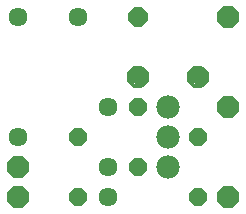
<source format=gts>
G75*
%MOIN*%
%OFA0B0*%
%FSLAX25Y25*%
%IPPOS*%
%LPD*%
%AMOC8*
5,1,8,0,0,1.08239X$1,22.5*
%
%ADD10OC8,0.06000*%
%ADD11C,0.06343*%
%ADD12C,0.07800*%
%ADD13C,0.01459*%
%ADD14C,0.01459*%
%ADD15C,0.01347*%
%ADD16OC8,0.07400*%
D10*
X0031050Y0011050D03*
X0051050Y0021050D03*
X0071050Y0011050D03*
X0071050Y0031050D03*
X0051050Y0041050D03*
X0031050Y0031050D03*
D11*
X0041050Y0021050D03*
X0041050Y0011050D03*
X0011050Y0031050D03*
X0041050Y0041050D03*
X0031050Y0071050D03*
X0011050Y0071050D03*
D12*
X0061050Y0041050D03*
X0061050Y0031050D03*
X0061050Y0021050D03*
D13*
X0050571Y0053237D02*
X0049841Y0053967D01*
X0052259Y0053967D01*
X0053967Y0052259D01*
X0053967Y0049841D01*
X0052259Y0048133D01*
X0049841Y0048133D01*
X0048133Y0049841D01*
X0048133Y0052259D01*
X0049841Y0053967D01*
X0050295Y0052873D01*
X0051805Y0052873D01*
X0052873Y0051805D01*
X0052873Y0050295D01*
X0051805Y0049227D01*
X0050295Y0049227D01*
X0049227Y0050295D01*
X0049227Y0051805D01*
X0050295Y0052873D01*
X0050749Y0051779D01*
X0051351Y0051779D01*
X0051779Y0051351D01*
X0051779Y0050749D01*
X0051351Y0050321D01*
X0050749Y0050321D01*
X0050321Y0050749D01*
X0050321Y0051351D01*
X0050749Y0051779D01*
D14*
X0070571Y0053237D02*
X0069841Y0053967D01*
X0072259Y0053967D01*
X0073967Y0052259D01*
X0073967Y0049841D01*
X0072259Y0048133D01*
X0069841Y0048133D01*
X0068133Y0049841D01*
X0068133Y0052259D01*
X0069841Y0053967D01*
X0070295Y0052873D01*
X0071805Y0052873D01*
X0072873Y0051805D01*
X0072873Y0050295D01*
X0071805Y0049227D01*
X0070295Y0049227D01*
X0069227Y0050295D01*
X0069227Y0051805D01*
X0070295Y0052873D01*
X0070749Y0051779D01*
X0071351Y0051779D01*
X0071779Y0051351D01*
X0071779Y0050749D01*
X0071351Y0050321D01*
X0070749Y0050321D01*
X0070321Y0050749D01*
X0070321Y0051351D01*
X0070749Y0051779D01*
D15*
X0050608Y0073070D02*
X0049934Y0073744D01*
X0052166Y0073744D01*
X0053744Y0072166D01*
X0053744Y0069934D01*
X0052166Y0068356D01*
X0049934Y0068356D01*
X0048356Y0069934D01*
X0048356Y0072166D01*
X0049934Y0073744D01*
X0050353Y0072733D01*
X0051747Y0072733D01*
X0052733Y0071747D01*
X0052733Y0070353D01*
X0051747Y0069367D01*
X0050353Y0069367D01*
X0049367Y0070353D01*
X0049367Y0071747D01*
X0050353Y0072733D01*
X0050771Y0071722D01*
X0051329Y0071722D01*
X0051722Y0071329D01*
X0051722Y0070771D01*
X0051329Y0070378D01*
X0050771Y0070378D01*
X0050378Y0070771D01*
X0050378Y0071329D01*
X0050771Y0071722D01*
D16*
X0011050Y0011050D03*
X0011050Y0021050D03*
X0081050Y0011050D03*
X0081050Y0041050D03*
X0081050Y0071050D03*
M02*

</source>
